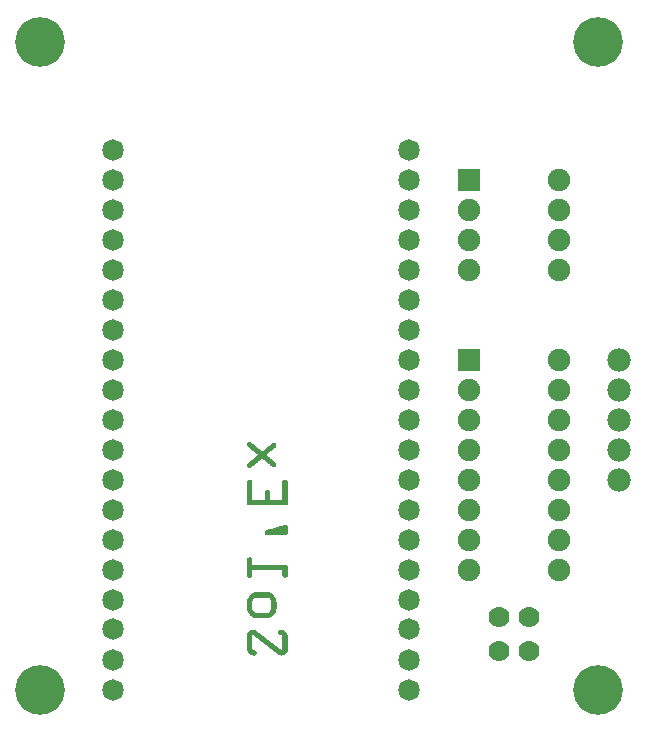
<source format=gbl>
G04 MADE WITH FRITZING*
G04 WWW.FRITZING.ORG*
G04 DOUBLE SIDED*
G04 HOLES PLATED*
G04 CONTOUR ON CENTER OF CONTOUR VECTOR*
%ASAXBY*%
%FSLAX23Y23*%
%MOIN*%
%OFA0B0*%
%SFA1.0B1.0*%
%ADD10C,0.165354*%
%ADD11C,0.071828*%
%ADD12C,0.075000*%
%ADD13C,0.078000*%
%ADD14C,0.070000*%
%ADD15R,0.075000X0.075000*%
%ADD16R,0.001000X0.001000*%
%LNCOPPER0*%
G90*
G70*
G54D10*
X2047Y2335D03*
X189Y2335D03*
X189Y176D03*
X2047Y176D03*
G54D11*
X431Y1975D03*
X431Y1875D03*
X431Y1776D03*
X431Y1675D03*
X431Y1576D03*
X431Y1476D03*
X431Y1375D03*
X431Y1276D03*
X431Y1176D03*
X431Y1076D03*
X431Y976D03*
X431Y875D03*
X431Y776D03*
X431Y676D03*
X431Y576D03*
X431Y476D03*
X431Y377D03*
X431Y276D03*
X431Y176D03*
X1417Y176D03*
X1417Y276D03*
X1417Y377D03*
X1417Y476D03*
X1417Y576D03*
X1417Y676D03*
X1417Y776D03*
X1417Y875D03*
X1417Y976D03*
X1417Y1076D03*
X1417Y1176D03*
X1417Y1276D03*
X1417Y1375D03*
X1417Y1476D03*
X1417Y1576D03*
X1417Y1675D03*
X1417Y1776D03*
X1417Y1875D03*
X1417Y1975D03*
G54D12*
X1617Y1876D03*
X1917Y1876D03*
X1617Y1776D03*
X1917Y1776D03*
X1617Y1676D03*
X1917Y1676D03*
X1617Y1576D03*
X1917Y1576D03*
X1617Y1276D03*
X1917Y1276D03*
X1617Y1176D03*
X1917Y1176D03*
X1617Y1076D03*
X1917Y1076D03*
X1617Y976D03*
X1917Y976D03*
X1617Y876D03*
X1917Y876D03*
X1617Y776D03*
X1917Y776D03*
X1617Y676D03*
X1917Y676D03*
X1617Y576D03*
X1917Y576D03*
G54D13*
X2117Y1276D03*
X2117Y1176D03*
X2117Y1076D03*
X2117Y976D03*
X2117Y876D03*
G54D14*
X1717Y420D03*
X1817Y420D03*
X1718Y304D03*
X1818Y304D03*
G54D15*
X1617Y1876D03*
X1617Y1276D03*
G54D16*
X884Y1001D02*
X890Y1001D01*
X882Y1000D02*
X892Y1000D01*
X968Y1000D02*
X968Y1000D01*
X881Y999D02*
X893Y999D01*
X965Y999D02*
X972Y999D01*
X880Y998D02*
X895Y998D01*
X963Y998D02*
X973Y998D01*
X880Y997D02*
X896Y997D01*
X962Y997D02*
X974Y997D01*
X879Y996D02*
X897Y996D01*
X961Y996D02*
X975Y996D01*
X879Y995D02*
X898Y995D01*
X960Y995D02*
X976Y995D01*
X879Y994D02*
X900Y994D01*
X958Y994D02*
X976Y994D01*
X879Y993D02*
X901Y993D01*
X957Y993D02*
X976Y993D01*
X879Y992D02*
X902Y992D01*
X956Y992D02*
X976Y992D01*
X879Y991D02*
X903Y991D01*
X955Y991D02*
X977Y991D01*
X879Y990D02*
X904Y990D01*
X954Y990D02*
X976Y990D01*
X880Y989D02*
X906Y989D01*
X952Y989D02*
X976Y989D01*
X880Y988D02*
X907Y988D01*
X951Y988D02*
X976Y988D01*
X881Y987D02*
X908Y987D01*
X950Y987D02*
X975Y987D01*
X882Y986D02*
X909Y986D01*
X949Y986D02*
X975Y986D01*
X884Y985D02*
X910Y985D01*
X948Y985D02*
X974Y985D01*
X885Y984D02*
X912Y984D01*
X946Y984D02*
X973Y984D01*
X886Y983D02*
X913Y983D01*
X945Y983D02*
X972Y983D01*
X887Y982D02*
X914Y982D01*
X944Y982D02*
X970Y982D01*
X888Y981D02*
X915Y981D01*
X943Y981D02*
X969Y981D01*
X890Y980D02*
X916Y980D01*
X941Y980D02*
X968Y980D01*
X891Y979D02*
X918Y979D01*
X940Y979D02*
X967Y979D01*
X892Y978D02*
X919Y978D01*
X939Y978D02*
X966Y978D01*
X893Y977D02*
X920Y977D01*
X938Y977D02*
X964Y977D01*
X894Y976D02*
X921Y976D01*
X937Y976D02*
X963Y976D01*
X896Y975D02*
X922Y975D01*
X935Y975D02*
X962Y975D01*
X897Y974D02*
X924Y974D01*
X934Y974D02*
X961Y974D01*
X898Y973D02*
X925Y973D01*
X933Y973D02*
X959Y973D01*
X899Y972D02*
X926Y972D01*
X932Y972D02*
X958Y972D01*
X901Y971D02*
X927Y971D01*
X931Y971D02*
X957Y971D01*
X902Y970D02*
X956Y970D01*
X903Y969D02*
X955Y969D01*
X904Y968D02*
X953Y968D01*
X905Y967D02*
X952Y967D01*
X907Y966D02*
X951Y966D01*
X908Y965D02*
X950Y965D01*
X909Y964D02*
X949Y964D01*
X910Y963D02*
X947Y963D01*
X911Y962D02*
X946Y962D01*
X913Y961D02*
X945Y961D01*
X914Y960D02*
X944Y960D01*
X915Y959D02*
X943Y959D01*
X915Y958D02*
X943Y958D01*
X913Y957D02*
X944Y957D01*
X912Y956D02*
X945Y956D01*
X911Y955D02*
X947Y955D01*
X910Y954D02*
X948Y954D01*
X909Y953D02*
X949Y953D01*
X907Y952D02*
X950Y952D01*
X906Y951D02*
X951Y951D01*
X905Y950D02*
X953Y950D01*
X904Y949D02*
X954Y949D01*
X903Y948D02*
X955Y948D01*
X901Y947D02*
X956Y947D01*
X900Y946D02*
X927Y946D01*
X931Y946D02*
X957Y946D01*
X899Y945D02*
X926Y945D01*
X932Y945D02*
X959Y945D01*
X898Y944D02*
X925Y944D01*
X933Y944D02*
X960Y944D01*
X897Y943D02*
X923Y943D01*
X934Y943D02*
X961Y943D01*
X895Y942D02*
X922Y942D01*
X936Y942D02*
X962Y942D01*
X894Y941D02*
X921Y941D01*
X937Y941D02*
X963Y941D01*
X893Y940D02*
X920Y940D01*
X938Y940D02*
X965Y940D01*
X892Y939D02*
X919Y939D01*
X939Y939D02*
X966Y939D01*
X891Y938D02*
X917Y938D01*
X940Y938D02*
X967Y938D01*
X889Y937D02*
X916Y937D01*
X942Y937D02*
X968Y937D01*
X888Y936D02*
X915Y936D01*
X943Y936D02*
X969Y936D01*
X887Y935D02*
X914Y935D01*
X944Y935D02*
X971Y935D01*
X886Y934D02*
X913Y934D01*
X945Y934D02*
X972Y934D01*
X885Y933D02*
X911Y933D01*
X947Y933D02*
X973Y933D01*
X883Y932D02*
X910Y932D01*
X948Y932D02*
X974Y932D01*
X882Y931D02*
X909Y931D01*
X949Y931D02*
X975Y931D01*
X881Y930D02*
X908Y930D01*
X950Y930D02*
X976Y930D01*
X880Y929D02*
X907Y929D01*
X951Y929D02*
X976Y929D01*
X880Y928D02*
X905Y928D01*
X953Y928D02*
X976Y928D01*
X879Y927D02*
X904Y927D01*
X954Y927D02*
X976Y927D01*
X879Y926D02*
X903Y926D01*
X955Y926D02*
X977Y926D01*
X879Y925D02*
X902Y925D01*
X956Y925D02*
X976Y925D01*
X879Y924D02*
X900Y924D01*
X957Y924D02*
X976Y924D01*
X879Y923D02*
X899Y923D01*
X959Y923D02*
X976Y923D01*
X879Y922D02*
X898Y922D01*
X960Y922D02*
X976Y922D01*
X879Y921D02*
X897Y921D01*
X961Y921D02*
X975Y921D01*
X880Y920D02*
X896Y920D01*
X962Y920D02*
X974Y920D01*
X881Y919D02*
X894Y919D01*
X964Y919D02*
X973Y919D01*
X881Y918D02*
X893Y918D01*
X965Y918D02*
X971Y918D01*
X883Y917D02*
X892Y917D01*
X884Y916D02*
X890Y916D01*
X884Y876D02*
X890Y876D01*
X1002Y876D02*
X1008Y876D01*
X882Y875D02*
X892Y875D01*
X1000Y875D02*
X1010Y875D01*
X881Y874D02*
X893Y874D01*
X999Y874D02*
X1011Y874D01*
X880Y873D02*
X894Y873D01*
X998Y873D02*
X1012Y873D01*
X880Y872D02*
X894Y872D01*
X998Y872D02*
X1012Y872D01*
X879Y871D02*
X895Y871D01*
X997Y871D02*
X1013Y871D01*
X879Y870D02*
X895Y870D01*
X997Y870D02*
X1013Y870D01*
X879Y869D02*
X895Y869D01*
X997Y869D02*
X1013Y869D01*
X879Y868D02*
X895Y868D01*
X997Y868D02*
X1013Y868D01*
X879Y867D02*
X895Y867D01*
X997Y867D02*
X1013Y867D01*
X879Y866D02*
X895Y866D01*
X997Y866D02*
X1013Y866D01*
X879Y865D02*
X895Y865D01*
X997Y865D02*
X1013Y865D01*
X879Y864D02*
X895Y864D01*
X997Y864D02*
X1013Y864D01*
X879Y863D02*
X895Y863D01*
X997Y863D02*
X1013Y863D01*
X879Y862D02*
X895Y862D01*
X997Y862D02*
X1013Y862D01*
X879Y861D02*
X895Y861D01*
X997Y861D02*
X1013Y861D01*
X879Y860D02*
X895Y860D01*
X997Y860D02*
X1013Y860D01*
X879Y859D02*
X895Y859D01*
X997Y859D02*
X1013Y859D01*
X879Y858D02*
X895Y858D01*
X997Y858D02*
X1013Y858D01*
X879Y857D02*
X895Y857D01*
X997Y857D02*
X1013Y857D01*
X879Y856D02*
X895Y856D01*
X997Y856D02*
X1013Y856D01*
X879Y855D02*
X895Y855D01*
X997Y855D02*
X1013Y855D01*
X879Y854D02*
X895Y854D01*
X997Y854D02*
X1013Y854D01*
X879Y853D02*
X895Y853D01*
X997Y853D02*
X1013Y853D01*
X879Y852D02*
X895Y852D01*
X997Y852D02*
X1013Y852D01*
X879Y851D02*
X895Y851D01*
X997Y851D02*
X1013Y851D01*
X879Y850D02*
X895Y850D01*
X997Y850D02*
X1013Y850D01*
X879Y849D02*
X895Y849D01*
X997Y849D02*
X1013Y849D01*
X879Y848D02*
X895Y848D01*
X997Y848D02*
X1013Y848D01*
X879Y847D02*
X895Y847D01*
X997Y847D02*
X1013Y847D01*
X879Y846D02*
X895Y846D01*
X997Y846D02*
X1013Y846D01*
X879Y845D02*
X895Y845D01*
X997Y845D02*
X1013Y845D01*
X879Y844D02*
X895Y844D01*
X997Y844D02*
X1013Y844D01*
X879Y843D02*
X895Y843D01*
X997Y843D02*
X1013Y843D01*
X879Y842D02*
X895Y842D01*
X945Y842D02*
X948Y842D01*
X997Y842D02*
X1013Y842D01*
X879Y841D02*
X895Y841D01*
X942Y841D02*
X950Y841D01*
X997Y841D02*
X1013Y841D01*
X879Y840D02*
X895Y840D01*
X941Y840D02*
X951Y840D01*
X997Y840D02*
X1013Y840D01*
X879Y839D02*
X895Y839D01*
X940Y839D02*
X952Y839D01*
X997Y839D02*
X1013Y839D01*
X879Y838D02*
X895Y838D01*
X939Y838D02*
X953Y838D01*
X997Y838D02*
X1013Y838D01*
X879Y837D02*
X895Y837D01*
X939Y837D02*
X954Y837D01*
X997Y837D02*
X1013Y837D01*
X879Y836D02*
X895Y836D01*
X938Y836D02*
X954Y836D01*
X997Y836D02*
X1013Y836D01*
X879Y835D02*
X895Y835D01*
X938Y835D02*
X954Y835D01*
X997Y835D02*
X1013Y835D01*
X879Y834D02*
X895Y834D01*
X938Y834D02*
X954Y834D01*
X997Y834D02*
X1013Y834D01*
X879Y833D02*
X895Y833D01*
X938Y833D02*
X954Y833D01*
X997Y833D02*
X1013Y833D01*
X879Y832D02*
X895Y832D01*
X938Y832D02*
X954Y832D01*
X997Y832D02*
X1013Y832D01*
X879Y831D02*
X895Y831D01*
X938Y831D02*
X954Y831D01*
X997Y831D02*
X1013Y831D01*
X879Y830D02*
X895Y830D01*
X938Y830D02*
X954Y830D01*
X997Y830D02*
X1013Y830D01*
X879Y829D02*
X895Y829D01*
X938Y829D02*
X954Y829D01*
X997Y829D02*
X1013Y829D01*
X879Y828D02*
X895Y828D01*
X938Y828D02*
X954Y828D01*
X997Y828D02*
X1013Y828D01*
X879Y827D02*
X895Y827D01*
X938Y827D02*
X954Y827D01*
X997Y827D02*
X1013Y827D01*
X879Y826D02*
X895Y826D01*
X938Y826D02*
X954Y826D01*
X997Y826D02*
X1013Y826D01*
X879Y825D02*
X895Y825D01*
X938Y825D02*
X954Y825D01*
X997Y825D02*
X1013Y825D01*
X879Y824D02*
X895Y824D01*
X938Y824D02*
X954Y824D01*
X997Y824D02*
X1013Y824D01*
X879Y823D02*
X895Y823D01*
X938Y823D02*
X954Y823D01*
X997Y823D02*
X1013Y823D01*
X879Y822D02*
X895Y822D01*
X938Y822D02*
X954Y822D01*
X997Y822D02*
X1013Y822D01*
X879Y821D02*
X895Y821D01*
X938Y821D02*
X954Y821D01*
X997Y821D02*
X1013Y821D01*
X879Y820D02*
X895Y820D01*
X938Y820D02*
X954Y820D01*
X997Y820D02*
X1013Y820D01*
X879Y819D02*
X895Y819D01*
X938Y819D02*
X954Y819D01*
X997Y819D02*
X1013Y819D01*
X879Y818D02*
X895Y818D01*
X938Y818D02*
X954Y818D01*
X997Y818D02*
X1013Y818D01*
X879Y817D02*
X895Y817D01*
X938Y817D02*
X954Y817D01*
X997Y817D02*
X1013Y817D01*
X879Y816D02*
X895Y816D01*
X938Y816D02*
X954Y816D01*
X997Y816D02*
X1013Y816D01*
X879Y815D02*
X895Y815D01*
X938Y815D02*
X954Y815D01*
X997Y815D02*
X1013Y815D01*
X879Y814D02*
X895Y814D01*
X938Y814D02*
X954Y814D01*
X997Y814D02*
X1013Y814D01*
X879Y813D02*
X895Y813D01*
X938Y813D02*
X954Y813D01*
X997Y813D02*
X1013Y813D01*
X879Y812D02*
X895Y812D01*
X938Y812D02*
X954Y812D01*
X997Y812D02*
X1013Y812D01*
X879Y811D02*
X895Y811D01*
X938Y811D02*
X954Y811D01*
X997Y811D02*
X1013Y811D01*
X879Y810D02*
X895Y810D01*
X938Y810D02*
X954Y810D01*
X997Y810D02*
X1013Y810D01*
X879Y809D02*
X895Y809D01*
X938Y809D02*
X954Y809D01*
X997Y809D02*
X1013Y809D01*
X879Y808D02*
X896Y808D01*
X938Y808D02*
X955Y808D01*
X997Y808D02*
X1013Y808D01*
X879Y807D02*
X1013Y807D01*
X879Y806D02*
X1013Y806D01*
X879Y805D02*
X1013Y805D01*
X879Y804D02*
X1013Y804D01*
X879Y803D02*
X1013Y803D01*
X879Y802D02*
X1013Y802D01*
X879Y801D02*
X1013Y801D01*
X879Y800D02*
X1013Y800D01*
X879Y799D02*
X1013Y799D01*
X879Y798D02*
X1013Y798D01*
X879Y797D02*
X1013Y797D01*
X879Y796D02*
X1013Y796D01*
X879Y795D02*
X1013Y795D01*
X879Y794D02*
X1013Y794D01*
X879Y793D02*
X1013Y793D01*
X879Y792D02*
X1013Y792D01*
X879Y791D02*
X1013Y791D01*
X1001Y725D02*
X1008Y725D01*
X998Y724D02*
X1010Y724D01*
X995Y723D02*
X1011Y723D01*
X991Y722D02*
X1012Y722D01*
X988Y721D02*
X1012Y721D01*
X984Y720D02*
X1013Y720D01*
X981Y719D02*
X1013Y719D01*
X978Y718D02*
X1013Y718D01*
X974Y717D02*
X1013Y717D01*
X971Y716D02*
X1013Y716D01*
X967Y715D02*
X1013Y715D01*
X964Y714D02*
X1013Y714D01*
X961Y713D02*
X1013Y713D01*
X957Y712D02*
X1013Y712D01*
X954Y711D02*
X1013Y711D01*
X950Y710D02*
X1013Y710D01*
X947Y709D02*
X1013Y709D01*
X944Y708D02*
X1013Y708D01*
X942Y707D02*
X1013Y707D01*
X941Y706D02*
X1013Y706D01*
X940Y705D02*
X1013Y705D01*
X939Y704D02*
X1013Y704D01*
X939Y703D02*
X1013Y703D01*
X938Y702D02*
X1013Y702D01*
X938Y701D02*
X1013Y701D01*
X938Y700D02*
X1013Y700D01*
X938Y699D02*
X1013Y699D01*
X938Y698D02*
X1013Y698D01*
X938Y697D02*
X1013Y697D01*
X939Y696D02*
X1013Y696D01*
X939Y695D02*
X1012Y695D01*
X940Y694D02*
X1011Y694D01*
X941Y693D02*
X1010Y693D01*
X942Y692D02*
X1009Y692D01*
X945Y691D02*
X1006Y691D01*
X884Y617D02*
X890Y617D01*
X882Y616D02*
X892Y616D01*
X881Y615D02*
X893Y615D01*
X880Y614D02*
X894Y614D01*
X880Y613D02*
X894Y613D01*
X879Y612D02*
X895Y612D01*
X879Y611D02*
X895Y611D01*
X879Y610D02*
X895Y610D01*
X879Y609D02*
X895Y609D01*
X879Y608D02*
X895Y608D01*
X879Y607D02*
X895Y607D01*
X879Y606D02*
X895Y606D01*
X879Y605D02*
X895Y605D01*
X879Y604D02*
X895Y604D01*
X879Y603D02*
X895Y603D01*
X879Y602D02*
X895Y602D01*
X879Y601D02*
X895Y601D01*
X879Y600D02*
X895Y600D01*
X879Y599D02*
X895Y599D01*
X879Y598D02*
X895Y598D01*
X879Y597D02*
X895Y597D01*
X879Y596D02*
X895Y596D01*
X879Y595D02*
X895Y595D01*
X879Y594D02*
X895Y594D01*
X879Y593D02*
X895Y593D01*
X879Y592D02*
X1005Y592D01*
X879Y591D02*
X1009Y591D01*
X879Y590D02*
X1010Y590D01*
X879Y589D02*
X1011Y589D01*
X879Y588D02*
X1012Y588D01*
X879Y587D02*
X1013Y587D01*
X879Y586D02*
X1013Y586D01*
X879Y585D02*
X1013Y585D01*
X879Y584D02*
X1013Y584D01*
X879Y583D02*
X1013Y583D01*
X879Y582D02*
X1013Y582D01*
X879Y581D02*
X1013Y581D01*
X879Y580D02*
X1013Y580D01*
X879Y579D02*
X1013Y579D01*
X879Y578D02*
X1013Y578D01*
X879Y577D02*
X1013Y577D01*
X879Y576D02*
X1013Y576D01*
X879Y575D02*
X1013Y575D01*
X879Y574D02*
X895Y574D01*
X997Y574D02*
X1013Y574D01*
X879Y573D02*
X895Y573D01*
X997Y573D02*
X1013Y573D01*
X879Y572D02*
X895Y572D01*
X997Y572D02*
X1013Y572D01*
X879Y571D02*
X895Y571D01*
X997Y571D02*
X1013Y571D01*
X879Y570D02*
X895Y570D01*
X997Y570D02*
X1013Y570D01*
X879Y569D02*
X895Y569D01*
X997Y569D02*
X1013Y569D01*
X879Y568D02*
X895Y568D01*
X997Y568D02*
X1013Y568D01*
X879Y567D02*
X895Y567D01*
X997Y567D02*
X1013Y567D01*
X879Y566D02*
X895Y566D01*
X997Y566D02*
X1013Y566D01*
X879Y565D02*
X895Y565D01*
X997Y565D02*
X1013Y565D01*
X879Y564D02*
X895Y564D01*
X997Y564D02*
X1013Y564D01*
X879Y563D02*
X895Y563D01*
X997Y563D02*
X1013Y563D01*
X879Y562D02*
X895Y562D01*
X997Y562D02*
X1013Y562D01*
X879Y561D02*
X895Y561D01*
X997Y561D02*
X1013Y561D01*
X879Y560D02*
X895Y560D01*
X997Y560D02*
X1013Y560D01*
X879Y559D02*
X895Y559D01*
X997Y559D02*
X1013Y559D01*
X879Y558D02*
X895Y558D01*
X997Y558D02*
X1013Y558D01*
X879Y557D02*
X895Y557D01*
X997Y557D02*
X1013Y557D01*
X879Y556D02*
X895Y556D01*
X997Y556D02*
X1013Y556D01*
X879Y555D02*
X895Y555D01*
X997Y555D02*
X1013Y555D01*
X880Y554D02*
X895Y554D01*
X998Y554D02*
X1013Y554D01*
X880Y553D02*
X894Y553D01*
X998Y553D02*
X1012Y553D01*
X881Y552D02*
X893Y552D01*
X999Y552D02*
X1011Y552D01*
X882Y551D02*
X893Y551D01*
X1000Y551D02*
X1011Y551D01*
X883Y550D02*
X891Y550D01*
X1001Y550D02*
X1009Y550D01*
X885Y549D02*
X889Y549D01*
X1003Y549D02*
X1007Y549D01*
X905Y501D02*
X950Y501D01*
X902Y500D02*
X954Y500D01*
X899Y499D02*
X956Y499D01*
X897Y498D02*
X958Y498D01*
X896Y497D02*
X960Y497D01*
X895Y496D02*
X961Y496D01*
X894Y495D02*
X962Y495D01*
X893Y494D02*
X963Y494D01*
X891Y493D02*
X964Y493D01*
X890Y492D02*
X965Y492D01*
X890Y491D02*
X966Y491D01*
X889Y490D02*
X967Y490D01*
X888Y489D02*
X968Y489D01*
X887Y488D02*
X969Y488D01*
X886Y487D02*
X969Y487D01*
X885Y486D02*
X970Y486D01*
X884Y485D02*
X971Y485D01*
X884Y484D02*
X972Y484D01*
X883Y483D02*
X905Y483D01*
X950Y483D02*
X972Y483D01*
X882Y482D02*
X904Y482D01*
X952Y482D02*
X973Y482D01*
X882Y481D02*
X903Y481D01*
X953Y481D02*
X974Y481D01*
X881Y480D02*
X902Y480D01*
X954Y480D02*
X974Y480D01*
X881Y479D02*
X901Y479D01*
X955Y479D02*
X974Y479D01*
X880Y478D02*
X900Y478D01*
X956Y478D02*
X975Y478D01*
X880Y477D02*
X899Y477D01*
X957Y477D02*
X975Y477D01*
X880Y476D02*
X898Y476D01*
X957Y476D02*
X976Y476D01*
X880Y475D02*
X898Y475D01*
X958Y475D02*
X976Y475D01*
X879Y474D02*
X897Y474D01*
X959Y474D02*
X976Y474D01*
X879Y473D02*
X896Y473D01*
X959Y473D02*
X976Y473D01*
X879Y472D02*
X896Y472D01*
X959Y472D02*
X976Y472D01*
X879Y471D02*
X896Y471D01*
X960Y471D02*
X976Y471D01*
X879Y470D02*
X895Y470D01*
X960Y470D02*
X976Y470D01*
X879Y469D02*
X895Y469D01*
X960Y469D02*
X977Y469D01*
X879Y468D02*
X895Y468D01*
X960Y468D02*
X977Y468D01*
X879Y467D02*
X895Y467D01*
X960Y467D02*
X977Y467D01*
X879Y466D02*
X895Y466D01*
X960Y466D02*
X977Y466D01*
X879Y465D02*
X895Y465D01*
X960Y465D02*
X977Y465D01*
X879Y464D02*
X895Y464D01*
X960Y464D02*
X977Y464D01*
X879Y463D02*
X895Y463D01*
X960Y463D02*
X977Y463D01*
X879Y462D02*
X895Y462D01*
X960Y462D02*
X977Y462D01*
X879Y461D02*
X895Y461D01*
X960Y461D02*
X977Y461D01*
X879Y460D02*
X895Y460D01*
X960Y460D02*
X977Y460D01*
X879Y459D02*
X895Y459D01*
X960Y459D02*
X977Y459D01*
X879Y458D02*
X895Y458D01*
X960Y458D02*
X977Y458D01*
X879Y457D02*
X895Y457D01*
X960Y457D02*
X977Y457D01*
X879Y456D02*
X895Y456D01*
X960Y456D02*
X977Y456D01*
X879Y455D02*
X895Y455D01*
X960Y455D02*
X977Y455D01*
X879Y454D02*
X895Y454D01*
X960Y454D02*
X977Y454D01*
X879Y453D02*
X895Y453D01*
X960Y453D02*
X977Y453D01*
X879Y452D02*
X895Y452D01*
X960Y452D02*
X977Y452D01*
X879Y451D02*
X895Y451D01*
X960Y451D02*
X977Y451D01*
X879Y450D02*
X895Y450D01*
X960Y450D02*
X977Y450D01*
X879Y449D02*
X895Y449D01*
X960Y449D02*
X977Y449D01*
X879Y448D02*
X895Y448D01*
X960Y448D02*
X977Y448D01*
X879Y447D02*
X895Y447D01*
X960Y447D02*
X977Y447D01*
X879Y446D02*
X895Y446D01*
X960Y446D02*
X976Y446D01*
X879Y445D02*
X896Y445D01*
X960Y445D02*
X976Y445D01*
X879Y444D02*
X896Y444D01*
X959Y444D02*
X976Y444D01*
X879Y443D02*
X897Y443D01*
X959Y443D02*
X976Y443D01*
X879Y442D02*
X897Y442D01*
X958Y442D02*
X976Y442D01*
X880Y441D02*
X898Y441D01*
X958Y441D02*
X976Y441D01*
X880Y440D02*
X899Y440D01*
X957Y440D02*
X975Y440D01*
X880Y439D02*
X900Y439D01*
X956Y439D02*
X975Y439D01*
X881Y438D02*
X900Y438D01*
X955Y438D02*
X975Y438D01*
X881Y437D02*
X901Y437D01*
X954Y437D02*
X974Y437D01*
X881Y436D02*
X902Y436D01*
X953Y436D02*
X974Y436D01*
X882Y435D02*
X903Y435D01*
X952Y435D02*
X973Y435D01*
X883Y434D02*
X905Y434D01*
X951Y434D02*
X973Y434D01*
X883Y433D02*
X907Y433D01*
X949Y433D02*
X972Y433D01*
X884Y432D02*
X971Y432D01*
X885Y431D02*
X971Y431D01*
X885Y430D02*
X970Y430D01*
X886Y429D02*
X969Y429D01*
X887Y428D02*
X968Y428D01*
X888Y427D02*
X967Y427D01*
X889Y426D02*
X966Y426D01*
X890Y425D02*
X966Y425D01*
X890Y424D02*
X965Y424D01*
X891Y423D02*
X964Y423D01*
X892Y422D02*
X963Y422D01*
X893Y421D02*
X962Y421D01*
X895Y420D02*
X960Y420D01*
X896Y419D02*
X959Y419D01*
X898Y418D02*
X957Y418D01*
X900Y417D02*
X955Y417D01*
X903Y416D02*
X952Y416D01*
X909Y415D02*
X946Y415D01*
X896Y376D02*
X901Y376D01*
X988Y376D02*
X994Y376D01*
X892Y375D02*
X905Y375D01*
X986Y375D02*
X998Y375D01*
X890Y374D02*
X907Y374D01*
X985Y374D02*
X1000Y374D01*
X888Y373D02*
X908Y373D01*
X984Y373D02*
X1002Y373D01*
X887Y372D02*
X910Y372D01*
X983Y372D02*
X1003Y372D01*
X885Y371D02*
X911Y371D01*
X983Y371D02*
X1004Y371D01*
X884Y370D02*
X912Y370D01*
X982Y370D02*
X1006Y370D01*
X883Y369D02*
X914Y369D01*
X982Y369D02*
X1007Y369D01*
X883Y368D02*
X915Y368D01*
X982Y368D02*
X1008Y368D01*
X882Y367D02*
X916Y367D01*
X982Y367D02*
X1008Y367D01*
X881Y366D02*
X918Y366D01*
X982Y366D02*
X1009Y366D01*
X881Y365D02*
X919Y365D01*
X982Y365D02*
X1010Y365D01*
X880Y364D02*
X920Y364D01*
X983Y364D02*
X1010Y364D01*
X880Y363D02*
X921Y363D01*
X983Y363D02*
X1011Y363D01*
X880Y362D02*
X923Y362D01*
X984Y362D02*
X1011Y362D01*
X879Y361D02*
X924Y361D01*
X985Y361D02*
X1012Y361D01*
X879Y360D02*
X925Y360D01*
X986Y360D02*
X1012Y360D01*
X879Y359D02*
X927Y359D01*
X989Y359D02*
X1012Y359D01*
X879Y358D02*
X896Y358D01*
X900Y358D02*
X928Y358D01*
X994Y358D02*
X1013Y358D01*
X879Y357D02*
X895Y357D01*
X901Y357D02*
X929Y357D01*
X995Y357D02*
X1013Y357D01*
X879Y356D02*
X895Y356D01*
X902Y356D02*
X930Y356D01*
X996Y356D02*
X1013Y356D01*
X879Y355D02*
X895Y355D01*
X904Y355D02*
X932Y355D01*
X996Y355D02*
X1013Y355D01*
X879Y354D02*
X895Y354D01*
X905Y354D02*
X933Y354D01*
X997Y354D02*
X1013Y354D01*
X879Y353D02*
X895Y353D01*
X906Y353D02*
X934Y353D01*
X997Y353D02*
X1013Y353D01*
X879Y352D02*
X895Y352D01*
X907Y352D02*
X936Y352D01*
X997Y352D02*
X1013Y352D01*
X879Y351D02*
X895Y351D01*
X909Y351D02*
X937Y351D01*
X997Y351D02*
X1013Y351D01*
X879Y350D02*
X895Y350D01*
X910Y350D02*
X938Y350D01*
X997Y350D02*
X1013Y350D01*
X879Y349D02*
X895Y349D01*
X911Y349D02*
X939Y349D01*
X997Y349D02*
X1013Y349D01*
X879Y348D02*
X895Y348D01*
X913Y348D02*
X941Y348D01*
X997Y348D02*
X1013Y348D01*
X879Y347D02*
X895Y347D01*
X914Y347D02*
X942Y347D01*
X997Y347D02*
X1013Y347D01*
X879Y346D02*
X895Y346D01*
X915Y346D02*
X943Y346D01*
X997Y346D02*
X1013Y346D01*
X879Y345D02*
X895Y345D01*
X916Y345D02*
X945Y345D01*
X997Y345D02*
X1013Y345D01*
X879Y344D02*
X895Y344D01*
X918Y344D02*
X946Y344D01*
X997Y344D02*
X1013Y344D01*
X879Y343D02*
X895Y343D01*
X919Y343D02*
X947Y343D01*
X997Y343D02*
X1013Y343D01*
X879Y342D02*
X895Y342D01*
X920Y342D02*
X948Y342D01*
X997Y342D02*
X1013Y342D01*
X879Y341D02*
X895Y341D01*
X922Y341D02*
X950Y341D01*
X997Y341D02*
X1013Y341D01*
X879Y340D02*
X895Y340D01*
X923Y340D02*
X951Y340D01*
X997Y340D02*
X1013Y340D01*
X879Y339D02*
X895Y339D01*
X924Y339D02*
X952Y339D01*
X997Y339D02*
X1013Y339D01*
X879Y338D02*
X895Y338D01*
X925Y338D02*
X954Y338D01*
X997Y338D02*
X1013Y338D01*
X879Y337D02*
X895Y337D01*
X927Y337D02*
X955Y337D01*
X997Y337D02*
X1013Y337D01*
X879Y336D02*
X895Y336D01*
X928Y336D02*
X956Y336D01*
X997Y336D02*
X1013Y336D01*
X879Y335D02*
X895Y335D01*
X929Y335D02*
X957Y335D01*
X997Y335D02*
X1013Y335D01*
X879Y334D02*
X895Y334D01*
X931Y334D02*
X959Y334D01*
X997Y334D02*
X1013Y334D01*
X879Y333D02*
X895Y333D01*
X932Y333D02*
X960Y333D01*
X997Y333D02*
X1013Y333D01*
X879Y332D02*
X895Y332D01*
X933Y332D02*
X961Y332D01*
X997Y332D02*
X1013Y332D01*
X879Y331D02*
X895Y331D01*
X934Y331D02*
X963Y331D01*
X997Y331D02*
X1013Y331D01*
X879Y330D02*
X895Y330D01*
X936Y330D02*
X964Y330D01*
X997Y330D02*
X1013Y330D01*
X879Y329D02*
X895Y329D01*
X937Y329D02*
X965Y329D01*
X997Y329D02*
X1013Y329D01*
X879Y328D02*
X895Y328D01*
X938Y328D02*
X966Y328D01*
X997Y328D02*
X1013Y328D01*
X879Y327D02*
X895Y327D01*
X940Y327D02*
X968Y327D01*
X997Y327D02*
X1013Y327D01*
X879Y326D02*
X895Y326D01*
X941Y326D02*
X969Y326D01*
X997Y326D02*
X1013Y326D01*
X879Y325D02*
X895Y325D01*
X942Y325D02*
X970Y325D01*
X997Y325D02*
X1013Y325D01*
X879Y324D02*
X895Y324D01*
X944Y324D02*
X972Y324D01*
X997Y324D02*
X1013Y324D01*
X879Y323D02*
X895Y323D01*
X945Y323D02*
X973Y323D01*
X997Y323D02*
X1013Y323D01*
X879Y322D02*
X895Y322D01*
X946Y322D02*
X974Y322D01*
X997Y322D02*
X1013Y322D01*
X879Y321D02*
X895Y321D01*
X947Y321D02*
X975Y321D01*
X997Y321D02*
X1013Y321D01*
X879Y320D02*
X895Y320D01*
X949Y320D02*
X977Y320D01*
X997Y320D02*
X1013Y320D01*
X879Y319D02*
X895Y319D01*
X950Y319D02*
X978Y319D01*
X997Y319D02*
X1013Y319D01*
X879Y318D02*
X895Y318D01*
X951Y318D02*
X979Y318D01*
X997Y318D02*
X1013Y318D01*
X879Y317D02*
X895Y317D01*
X953Y317D02*
X981Y317D01*
X997Y317D02*
X1013Y317D01*
X879Y316D02*
X895Y316D01*
X954Y316D02*
X982Y316D01*
X997Y316D02*
X1013Y316D01*
X879Y315D02*
X895Y315D01*
X955Y315D02*
X983Y315D01*
X997Y315D02*
X1013Y315D01*
X879Y314D02*
X895Y314D01*
X956Y314D02*
X984Y314D01*
X997Y314D02*
X1013Y314D01*
X879Y313D02*
X895Y313D01*
X958Y313D02*
X986Y313D01*
X997Y313D02*
X1013Y313D01*
X879Y312D02*
X896Y312D01*
X959Y312D02*
X987Y312D01*
X997Y312D02*
X1013Y312D01*
X879Y311D02*
X896Y311D01*
X960Y311D02*
X988Y311D01*
X997Y311D02*
X1013Y311D01*
X879Y310D02*
X897Y310D01*
X962Y310D02*
X990Y310D01*
X997Y310D02*
X1013Y310D01*
X879Y309D02*
X897Y309D01*
X963Y309D02*
X991Y309D01*
X997Y309D02*
X1013Y309D01*
X879Y308D02*
X899Y308D01*
X964Y308D02*
X992Y308D01*
X996Y308D02*
X1013Y308D01*
X880Y307D02*
X904Y307D01*
X965Y307D02*
X1013Y307D01*
X880Y306D02*
X906Y306D01*
X967Y306D02*
X1013Y306D01*
X880Y305D02*
X907Y305D01*
X968Y305D02*
X1013Y305D01*
X881Y304D02*
X908Y304D01*
X969Y304D02*
X1013Y304D01*
X881Y303D02*
X909Y303D01*
X971Y303D02*
X1012Y303D01*
X882Y302D02*
X909Y302D01*
X972Y302D02*
X1012Y302D01*
X882Y301D02*
X910Y301D01*
X973Y301D02*
X1011Y301D01*
X883Y300D02*
X910Y300D01*
X974Y300D02*
X1011Y300D01*
X884Y299D02*
X910Y299D01*
X976Y299D02*
X1010Y299D01*
X885Y298D02*
X910Y298D01*
X977Y298D02*
X1010Y298D01*
X886Y297D02*
X910Y297D01*
X978Y297D02*
X1009Y297D01*
X887Y296D02*
X910Y296D01*
X980Y296D02*
X1008Y296D01*
X888Y295D02*
X909Y295D01*
X981Y295D02*
X1007Y295D01*
X889Y294D02*
X909Y294D01*
X982Y294D02*
X1006Y294D01*
X891Y293D02*
X908Y293D01*
X984Y293D02*
X1004Y293D01*
X893Y292D02*
X907Y292D01*
X985Y292D02*
X1003Y292D01*
X895Y291D02*
X906Y291D01*
X988Y291D02*
X1000Y291D01*
X900Y290D02*
X903Y290D01*
X992Y290D02*
X996Y290D01*
D02*
G04 End of Copper0*
M02*
</source>
